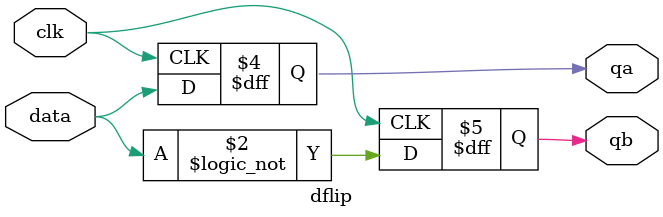
<source format=v>
module dflip(clk, data, qa, qb);
  input clk;
  input data;
  output reg qa;
  output reg qb;
  initial begin
    qa=0;
    qb=0;
  end
  always @(posedge clk) begin
    qa <= data;
    qb <= !data;
  end
endmodule
</source>
